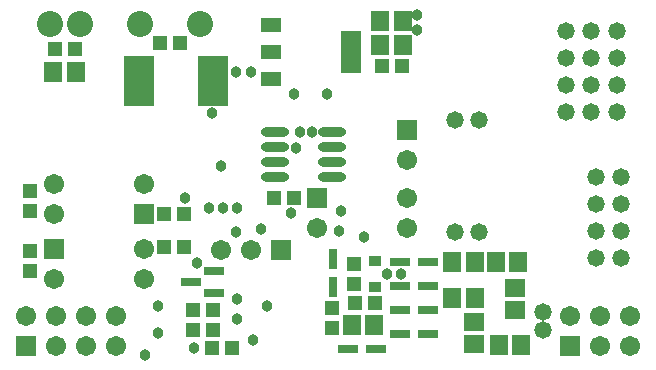
<source format=gbs>
%FSDAX24Y24*%
%MOIN*%
%SFA1B1*%

%IPPOS*%
%ADD36R,0.047370X0.051310*%
%ADD39R,0.051310X0.047370*%
%ADD42O,0.094610X0.031620*%
%ADD46R,0.067060X0.059180*%
%ADD47R,0.067060X0.067060*%
%ADD48C,0.067060*%
%ADD49C,0.086740*%
%ADD50R,0.067060X0.067060*%
%ADD51C,0.038000*%
%ADD52C,0.058000*%
%ADD84R,0.059180X0.067060*%
%ADD85R,0.065090X0.029650*%
%ADD86R,0.029650X0.065090*%
%ADD87R,0.040680X0.032800*%
%ADD88R,0.067060X0.031620*%
%ADD89R,0.069020X0.143830*%
%ADD90R,0.069020X0.051310*%
%ADD91R,0.069020X0.051310*%
%ADD92R,0.100520X0.169420*%
%LNpcb_dimmerbard-1*%
%LPD*%
G54D36*
X000900Y004384D03*
Y003715D03*
Y006384D03*
Y005715D03*
X010950Y002484D03*
Y001815D03*
X011700Y003934D03*
Y003265D03*
G54D39*
X006034Y005600D03*
X005365D03*
X007634Y001150D03*
X006965D03*
X005884Y011300D03*
X005215D03*
X006034Y004500D03*
X005365D03*
X009015Y006150D03*
X009684D03*
X006315Y001750D03*
X006984D03*
X011715Y002650D03*
X012384D03*
X006315Y002400D03*
X006984D03*
X001715Y011100D03*
X002384D03*
X012615Y010550D03*
X013284D03*
G54D42*
X010944Y008350D03*
Y007850D03*
Y007350D03*
Y006850D03*
X009055Y008350D03*
Y007850D03*
Y007350D03*
Y006850D03*
G54D46*
X015700Y002024D03*
Y001276D03*
X017050Y003150D03*
Y002402D03*
G54D47*
X010450Y006150D03*
X000750Y001200D03*
X018900D03*
X004700Y005600D03*
X001700Y004450D03*
X009250Y004400D03*
G54D48*
X010450Y005150D03*
X013450Y006150D03*
Y005150D03*
X000750Y002200D03*
X001750Y001200D03*
Y002200D03*
X002750Y001200D03*
Y002200D03*
X003750Y001200D03*
Y002200D03*
X018900D03*
X019900Y001200D03*
Y002200D03*
X020900Y001200D03*
Y002200D03*
X001700Y006600D03*
Y005600D03*
X004700Y006600D03*
Y003450D03*
Y004450D03*
X001700Y003450D03*
X008250Y004400D03*
X007250D03*
X013450Y007400D03*
G54D49*
X001550Y011950D03*
X002550D03*
X004550D03*
X006550D03*
G54D50*
X013450Y008400D03*
G54D51*
X012800Y003600D03*
X013250D03*
X009700Y009600D03*
X006966Y008984D03*
X007750Y010350D03*
X013784Y012249D03*
X008250Y010350D03*
X006350Y001150D03*
X009903Y008353D03*
X011200Y005050D03*
X011261Y005711D03*
X013779Y011749D03*
X006050Y006150D03*
X007250Y007200D03*
X010800Y009600D03*
X006452Y003959D03*
X008333Y001416D03*
X005150Y001650D03*
Y002550D03*
X004742Y000892D03*
X008789Y002526D03*
X008602Y005123D03*
X007799Y002783D03*
X007800Y002100D03*
X007325Y005800D03*
X007800D03*
X006850D03*
X012037Y004837D03*
X009600Y005650D03*
X010300Y008350D03*
X007750Y005000D03*
X009750Y007800D03*
G54D52*
X018000Y002350D03*
Y001750D03*
X015850Y005000D03*
X015050D03*
Y008750D03*
X015850D03*
X020600Y006850D03*
Y005950D03*
Y005050D03*
Y004150D03*
X019750D03*
Y005050D03*
Y005950D03*
Y006850D03*
X018750Y011700D03*
Y010800D03*
Y009900D03*
Y009000D03*
X019600Y011700D03*
Y010800D03*
Y009900D03*
Y009000D03*
X020450D03*
Y009900D03*
Y010800D03*
Y011700D03*
G54D84*
X011626Y001900D03*
X012374D03*
X014976Y002800D03*
X015724D03*
X016526Y001250D03*
X017274D03*
X014976Y004000D03*
X015724D03*
X016426D03*
X017174D03*
X001676Y010350D03*
X002424D03*
X012576Y011250D03*
X013324D03*
X012576Y012050D03*
X013324D03*
G54D85*
X012412Y001100D03*
X011487D03*
X014162Y001600D03*
X013237D03*
X014162Y003200D03*
X013237D03*
Y004000D03*
X014162D03*
X013224Y002400D03*
X014150D03*
G54D86*
X011000Y003187D03*
Y004112D03*
G54D87*
X012400Y003161D03*
Y004039D03*
G54D88*
X007024Y003724D03*
Y002976D03*
X006276Y003350D03*
G54D89*
X011578Y011000D03*
G54D90*
X008921Y011905D03*
Y011000D03*
G54D91*
X008921Y010094D03*
G54D92*
X006980Y010050D03*
X004519D03*
M02*
</source>
